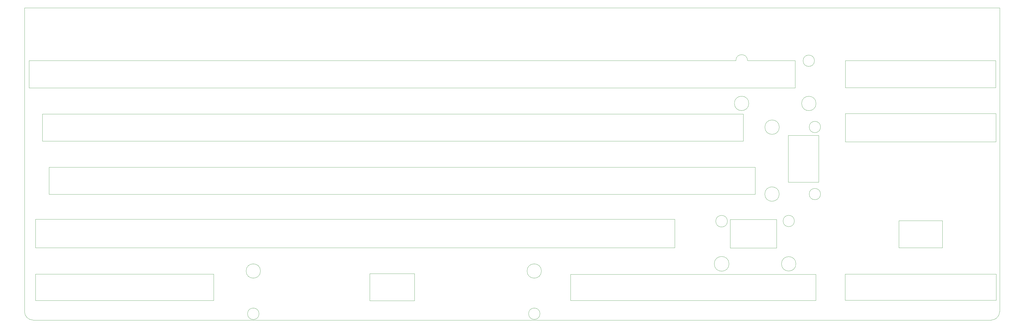
<source format=gm1>
G04 #@! TF.GenerationSoftware,KiCad,Pcbnew,(5.1.10)-1*
G04 #@! TF.CreationDate,2021-10-25T17:22:15+01:00*
G04 #@! TF.ProjectId,RGBSUB,52474253-5542-42e6-9b69-6361645f7063,Rev.1*
G04 #@! TF.SameCoordinates,Original*
G04 #@! TF.FileFunction,Profile,NP*
%FSLAX46Y46*%
G04 Gerber Fmt 4.6, Leading zero omitted, Abs format (unit mm)*
G04 Created by KiCad (PCBNEW (5.1.10)-1) date 2021-10-25 17:22:15*
%MOMM*%
%LPD*%
G01*
G04 APERTURE LIST*
G04 #@! TA.AperFunction,Profile*
%ADD10C,0.100000*%
G04 #@! TD*
G04 APERTURE END LIST*
D10*
X294051204Y-123250000D02*
X311000000Y-123250000D01*
X289900000Y-123250000D02*
G75*
G02*
X294051204Y-123250000I2075602J0D01*
G01*
X317876080Y-123350000D02*
G75*
G03*
X317876080Y-123350000I-2026080J0D01*
G01*
X318444290Y-138575000D02*
G75*
G03*
X318444290Y-138575000I-2569290J0D01*
G01*
X294513579Y-138550000D02*
G75*
G03*
X294513579Y-138550000I-2569290J0D01*
G01*
X305363579Y-147025000D02*
G75*
G03*
X305363579Y-147025000I-2569290J0D01*
G01*
X305338579Y-170875000D02*
G75*
G03*
X305338579Y-170875000I-2569290J0D01*
G01*
X320041750Y-170875000D02*
G75*
G03*
X320041750Y-170875000I-2016750J0D01*
G01*
X320041750Y-146966750D02*
G75*
G03*
X320041750Y-146966750I-2016750J0D01*
G01*
X286900001Y-180550000D02*
G75*
G03*
X286900001Y-180550000I-2079964J0D01*
G01*
X310737590Y-180475000D02*
G75*
G03*
X310737590Y-180475000I-2016750J0D01*
G01*
X311275001Y-195750000D02*
G75*
G03*
X311275001Y-195750000I-2569290J0D01*
G01*
X287475001Y-195750000D02*
G75*
G03*
X287475001Y-195750000I-2627975J0D01*
G01*
X120225152Y-213550000D02*
G75*
G03*
X120225152Y-213550000I-2050985J0D01*
G01*
X120726102Y-198300000D02*
G75*
G03*
X120726102Y-198300000I-2551711J0D01*
G01*
X220700000Y-198300000D02*
G75*
G03*
X220700000Y-198300000I-2550602J0D01*
G01*
X220205394Y-213530394D02*
G75*
G03*
X220205394Y-213530394I-2030394J0D01*
G01*
X382540000Y-199360000D02*
X382540000Y-208750000D01*
X328780000Y-199360000D02*
X382540000Y-199360000D01*
X328780000Y-208750000D02*
X328780000Y-199360000D01*
X382540000Y-208750000D02*
X328780000Y-208750000D01*
X318320000Y-199460000D02*
X318320000Y-208770000D01*
X231040000Y-199460000D02*
X318320000Y-199460000D01*
X231040000Y-208770000D02*
X231040000Y-199460000D01*
X318320000Y-208770000D02*
X231040000Y-208770000D01*
X175530000Y-199220000D02*
X175530000Y-208860000D01*
X159600000Y-199220000D02*
X175530000Y-199220000D01*
X159600000Y-208860000D02*
X159600000Y-199220000D01*
X175530000Y-208860000D02*
X159600000Y-208860000D01*
X104060000Y-199370000D02*
X104060000Y-208780000D01*
X40620000Y-199370000D02*
X104060000Y-199370000D01*
X40620000Y-208780000D02*
X40620000Y-199370000D01*
X104060000Y-208780000D02*
X40620000Y-208780000D01*
X363440000Y-180360000D02*
X363440000Y-189980000D01*
X347870000Y-180360000D02*
X363440000Y-180360000D01*
X347870000Y-189980000D02*
X347870000Y-180360000D01*
X363440000Y-189980000D02*
X347870000Y-189980000D01*
X304410000Y-179950000D02*
X304410000Y-190100000D01*
X287910000Y-179950000D02*
X304410000Y-179950000D01*
X287910000Y-190100000D02*
X287910000Y-179950000D01*
X304410000Y-190100000D02*
X287910000Y-190100000D01*
X268140000Y-179870000D02*
X268140000Y-190020000D01*
X40650000Y-179870000D02*
X268140000Y-179870000D01*
X40650000Y-190020000D02*
X40650000Y-179870000D01*
X268140000Y-190020000D02*
X40650000Y-190020000D01*
X296750000Y-161280000D02*
X296750000Y-170940000D01*
X45490000Y-161280000D02*
X296750000Y-161280000D01*
X45490000Y-170940000D02*
X45490000Y-161280000D01*
X296750000Y-170940000D02*
X45490000Y-170940000D01*
X382430000Y-142170000D02*
X382430000Y-152220000D01*
X328850000Y-142170000D02*
X382430000Y-142170000D01*
X328850000Y-152220000D02*
X328850000Y-142170000D01*
X382430000Y-152220000D02*
X328850000Y-152220000D01*
X319380000Y-149970000D02*
X319380000Y-166630000D01*
X308510000Y-149970000D02*
X319380000Y-149970000D01*
X308510000Y-166630000D02*
X308510000Y-149970000D01*
X319380000Y-166630000D02*
X308510000Y-166630000D01*
X292550000Y-142330000D02*
X292550000Y-152000000D01*
X43120000Y-142330000D02*
X292550000Y-142330000D01*
X43120000Y-152000000D02*
X43120000Y-142330000D01*
X292550000Y-152000000D02*
X43120000Y-152000000D01*
X382400000Y-123250000D02*
X382400000Y-132950000D01*
X328850000Y-123250000D02*
X382400000Y-123250000D01*
X328850000Y-132950000D02*
X328850000Y-123250000D01*
X382400000Y-132950000D02*
X328850000Y-132950000D01*
X311000000Y-123250000D02*
X311000000Y-133000000D01*
X38375000Y-123250000D02*
X289900000Y-123250000D01*
X38375000Y-133000000D02*
X38375000Y-123250000D01*
X311000000Y-133000000D02*
X38375000Y-133000000D01*
X383767000Y-104525000D02*
X36767000Y-104525000D01*
X380767000Y-215785000D02*
X39767000Y-215785000D01*
X36767000Y-212785000D02*
X36767000Y-104525000D01*
X383767000Y-212785000D02*
G75*
G02*
X380767000Y-215785000I-3000000J0D01*
G01*
X39767000Y-215785000D02*
G75*
G02*
X36767000Y-212785000I0J3000000D01*
G01*
X383767000Y-104525000D02*
X383767000Y-212785000D01*
M02*

</source>
